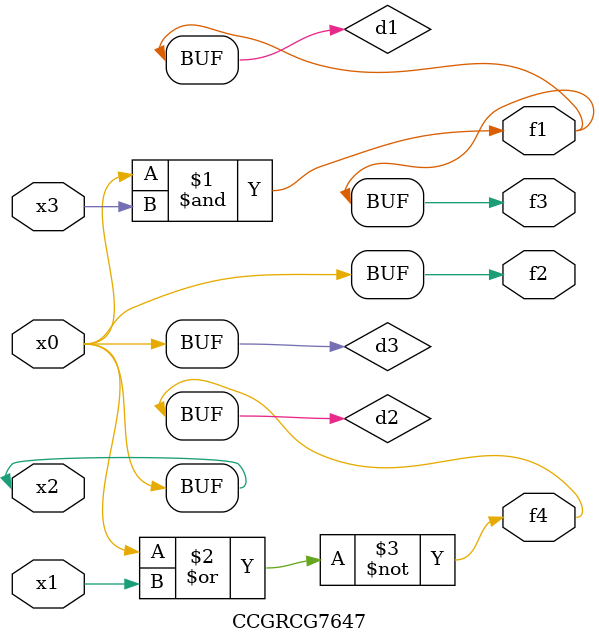
<source format=v>
module CCGRCG7647(
	input x0, x1, x2, x3,
	output f1, f2, f3, f4
);

	wire d1, d2, d3;

	and (d1, x2, x3);
	nor (d2, x0, x1);
	buf (d3, x0, x2);
	assign f1 = d1;
	assign f2 = d3;
	assign f3 = d1;
	assign f4 = d2;
endmodule

</source>
